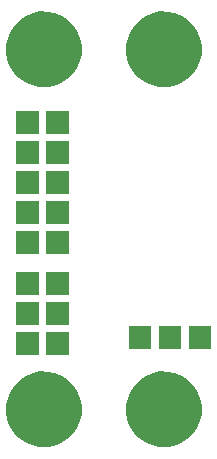
<source format=gbr>
G04 #@! TF.GenerationSoftware,KiCad,Pcbnew,(2017-02-05 revision 431abcf)-makepkg*
G04 #@! TF.CreationDate,2017-03-21T18:12:11+01:00*
G04 #@! TF.ProjectId,EEPROM02A,454550524F4D3032412E6B696361645F,REV*
G04 #@! TF.FileFunction,Soldermask,Top*
G04 #@! TF.FilePolarity,Negative*
%FSLAX46Y46*%
G04 Gerber Fmt 4.6, Leading zero omitted, Abs format (unit mm)*
G04 Created by KiCad (PCBNEW (2017-02-05 revision 431abcf)-makepkg) date 03/21/17 18:12:11*
%MOMM*%
%LPD*%
G01*
G04 APERTURE LIST*
%ADD10C,0.150000*%
G04 APERTURE END LIST*
D10*
G36*
X5416110Y8277872D02*
X6030848Y8151685D01*
X6609363Y7908500D01*
X7129631Y7557574D01*
X7571824Y7112283D01*
X7919105Y6589582D01*
X8158249Y6009378D01*
X8280004Y5394466D01*
X8280004Y5394449D01*
X8280137Y5393776D01*
X8270128Y4676993D01*
X8269977Y4676330D01*
X8269977Y4676306D01*
X8131099Y4065032D01*
X7875851Y3491739D01*
X7514107Y2978933D01*
X7059653Y2546162D01*
X6529787Y2209900D01*
X5944712Y1982964D01*
X5326688Y1873989D01*
X4699273Y1887132D01*
X4086359Y2021890D01*
X3511293Y2273129D01*
X2995980Y2631282D01*
X2560044Y3082706D01*
X2220093Y3610208D01*
X1989075Y4193693D01*
X1875790Y4810936D01*
X1884551Y5438424D01*
X2015027Y6052266D01*
X2262248Y6629075D01*
X2616795Y7146877D01*
X3065163Y7585952D01*
X3590276Y7929576D01*
X4172132Y8164661D01*
X4788571Y8282254D01*
X5416110Y8277872D01*
X5416110Y8277872D01*
G37*
G36*
X15576110Y8277872D02*
X16190848Y8151685D01*
X16769363Y7908500D01*
X17289631Y7557574D01*
X17731824Y7112283D01*
X18079105Y6589582D01*
X18318249Y6009378D01*
X18440004Y5394466D01*
X18440004Y5394449D01*
X18440137Y5393776D01*
X18430128Y4676993D01*
X18429977Y4676330D01*
X18429977Y4676306D01*
X18291099Y4065032D01*
X18035851Y3491739D01*
X17674107Y2978933D01*
X17219653Y2546162D01*
X16689787Y2209900D01*
X16104712Y1982964D01*
X15486688Y1873989D01*
X14859273Y1887132D01*
X14246359Y2021890D01*
X13671293Y2273129D01*
X13155980Y2631282D01*
X12720044Y3082706D01*
X12380093Y3610208D01*
X12149075Y4193693D01*
X12035790Y4810936D01*
X12044551Y5438424D01*
X12175027Y6052266D01*
X12422248Y6629075D01*
X12776795Y7146877D01*
X13225163Y7585952D01*
X13750276Y7929576D01*
X14332132Y8164661D01*
X14948571Y8282254D01*
X15576110Y8277872D01*
X15576110Y8277872D01*
G37*
G36*
X4645000Y9706000D02*
X2721000Y9706000D01*
X2721000Y11630000D01*
X4645000Y11630000D01*
X4645000Y9706000D01*
X4645000Y9706000D01*
G37*
G36*
X7185000Y9706000D02*
X5261000Y9706000D01*
X5261000Y11630000D01*
X7185000Y11630000D01*
X7185000Y9706000D01*
X7185000Y9706000D01*
G37*
G36*
X14170000Y10214000D02*
X12246000Y10214000D01*
X12246000Y12138000D01*
X14170000Y12138000D01*
X14170000Y10214000D01*
X14170000Y10214000D01*
G37*
G36*
X19250000Y10214000D02*
X17326000Y10214000D01*
X17326000Y12138000D01*
X19250000Y12138000D01*
X19250000Y10214000D01*
X19250000Y10214000D01*
G37*
G36*
X16710000Y10214000D02*
X14786000Y10214000D01*
X14786000Y12138000D01*
X16710000Y12138000D01*
X16710000Y10214000D01*
X16710000Y10214000D01*
G37*
G36*
X7185000Y12246000D02*
X5261000Y12246000D01*
X5261000Y14170000D01*
X7185000Y14170000D01*
X7185000Y12246000D01*
X7185000Y12246000D01*
G37*
G36*
X4645000Y12246000D02*
X2721000Y12246000D01*
X2721000Y14170000D01*
X4645000Y14170000D01*
X4645000Y12246000D01*
X4645000Y12246000D01*
G37*
G36*
X7185000Y14786000D02*
X5261000Y14786000D01*
X5261000Y16710000D01*
X7185000Y16710000D01*
X7185000Y14786000D01*
X7185000Y14786000D01*
G37*
G36*
X4645000Y14786000D02*
X2721000Y14786000D01*
X2721000Y16710000D01*
X4645000Y16710000D01*
X4645000Y14786000D01*
X4645000Y14786000D01*
G37*
G36*
X7185000Y18215000D02*
X5261000Y18215000D01*
X5261000Y20139000D01*
X7185000Y20139000D01*
X7185000Y18215000D01*
X7185000Y18215000D01*
G37*
G36*
X4645000Y18215000D02*
X2721000Y18215000D01*
X2721000Y20139000D01*
X4645000Y20139000D01*
X4645000Y18215000D01*
X4645000Y18215000D01*
G37*
G36*
X4645000Y20755000D02*
X2721000Y20755000D01*
X2721000Y22679000D01*
X4645000Y22679000D01*
X4645000Y20755000D01*
X4645000Y20755000D01*
G37*
G36*
X7185000Y20755000D02*
X5261000Y20755000D01*
X5261000Y22679000D01*
X7185000Y22679000D01*
X7185000Y20755000D01*
X7185000Y20755000D01*
G37*
G36*
X4645000Y23295000D02*
X2721000Y23295000D01*
X2721000Y25219000D01*
X4645000Y25219000D01*
X4645000Y23295000D01*
X4645000Y23295000D01*
G37*
G36*
X7185000Y23295000D02*
X5261000Y23295000D01*
X5261000Y25219000D01*
X7185000Y25219000D01*
X7185000Y23295000D01*
X7185000Y23295000D01*
G37*
G36*
X4645000Y25835000D02*
X2721000Y25835000D01*
X2721000Y27759000D01*
X4645000Y27759000D01*
X4645000Y25835000D01*
X4645000Y25835000D01*
G37*
G36*
X7185000Y25835000D02*
X5261000Y25835000D01*
X5261000Y27759000D01*
X7185000Y27759000D01*
X7185000Y25835000D01*
X7185000Y25835000D01*
G37*
G36*
X4645000Y28375000D02*
X2721000Y28375000D01*
X2721000Y30299000D01*
X4645000Y30299000D01*
X4645000Y28375000D01*
X4645000Y28375000D01*
G37*
G36*
X7185000Y28375000D02*
X5261000Y28375000D01*
X5261000Y30299000D01*
X7185000Y30299000D01*
X7185000Y28375000D01*
X7185000Y28375000D01*
G37*
G36*
X15576110Y38757872D02*
X16190848Y38631685D01*
X16769363Y38388500D01*
X17289631Y38037574D01*
X17731824Y37592283D01*
X18079105Y37069582D01*
X18318249Y36489378D01*
X18440004Y35874466D01*
X18440004Y35874449D01*
X18440137Y35873776D01*
X18430128Y35156993D01*
X18429977Y35156330D01*
X18429977Y35156306D01*
X18291099Y34545032D01*
X18035851Y33971739D01*
X17674107Y33458933D01*
X17219653Y33026162D01*
X16689787Y32689900D01*
X16104712Y32462964D01*
X15486688Y32353989D01*
X14859273Y32367132D01*
X14246359Y32501890D01*
X13671293Y32753129D01*
X13155980Y33111282D01*
X12720044Y33562706D01*
X12380093Y34090208D01*
X12149075Y34673693D01*
X12035790Y35290936D01*
X12044551Y35918424D01*
X12175027Y36532266D01*
X12422248Y37109075D01*
X12776795Y37626877D01*
X13225163Y38065952D01*
X13750276Y38409576D01*
X14332132Y38644661D01*
X14948571Y38762254D01*
X15576110Y38757872D01*
X15576110Y38757872D01*
G37*
G36*
X5416110Y38757872D02*
X6030848Y38631685D01*
X6609363Y38388500D01*
X7129631Y38037574D01*
X7571824Y37592283D01*
X7919105Y37069582D01*
X8158249Y36489378D01*
X8280004Y35874466D01*
X8280004Y35874449D01*
X8280137Y35873776D01*
X8270128Y35156993D01*
X8269977Y35156330D01*
X8269977Y35156306D01*
X8131099Y34545032D01*
X7875851Y33971739D01*
X7514107Y33458933D01*
X7059653Y33026162D01*
X6529787Y32689900D01*
X5944712Y32462964D01*
X5326688Y32353989D01*
X4699273Y32367132D01*
X4086359Y32501890D01*
X3511293Y32753129D01*
X2995980Y33111282D01*
X2560044Y33562706D01*
X2220093Y34090208D01*
X1989075Y34673693D01*
X1875790Y35290936D01*
X1884551Y35918424D01*
X2015027Y36532266D01*
X2262248Y37109075D01*
X2616795Y37626877D01*
X3065163Y38065952D01*
X3590276Y38409576D01*
X4172132Y38644661D01*
X4788571Y38762254D01*
X5416110Y38757872D01*
X5416110Y38757872D01*
G37*
M02*

</source>
